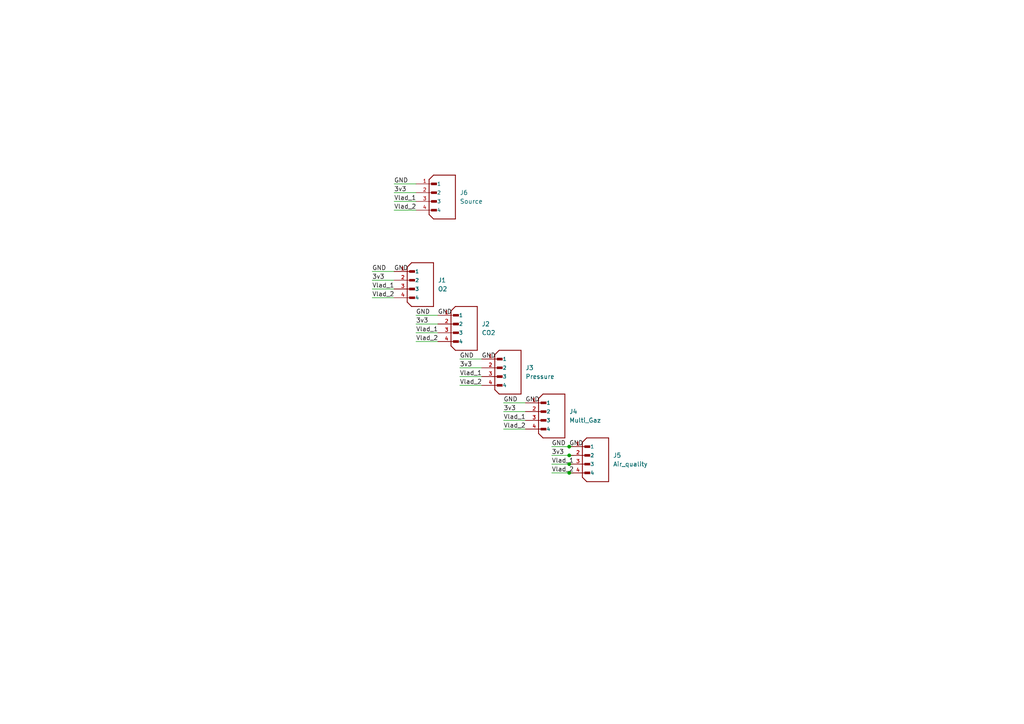
<source format=kicad_sch>
(kicad_sch
	(version 20250114)
	(generator "eeschema")
	(generator_version "9.0")
	(uuid "b0d159a0-6e32-438a-8abe-9567ad340147")
	(paper "A4")
	(lib_symbols
		(symbol "B4B-XH-A_LF__SN_:B4B-XH-A_LF__SN_"
			(pin_names
				(offset 1.016)
			)
			(exclude_from_sim no)
			(in_bom yes)
			(on_board yes)
			(property "Reference" "J"
				(at -2.54 6.35 0)
				(effects
					(font
						(size 1.27 1.27)
					)
					(justify left bottom)
				)
			)
			(property "Value" "B4B-XH-A_LF__SN_"
				(at -2.54 -10.16 0)
				(effects
					(font
						(size 1.27 1.27)
					)
					(justify left bottom)
				)
			)
			(property "Footprint" "B4B-XH-A_LF__SN_:JST_B4B-XH-A_LF__SN_"
				(at 0 0 0)
				(effects
					(font
						(size 1.27 1.27)
					)
					(justify bottom)
					(hide yes)
				)
			)
			(property "Datasheet" ""
				(at 0 0 0)
				(effects
					(font
						(size 1.27 1.27)
					)
					(hide yes)
				)
			)
			(property "Description" ""
				(at 0 0 0)
				(effects
					(font
						(size 1.27 1.27)
					)
					(hide yes)
				)
			)
			(property "MF" "JST Sales America Inc."
				(at 0 0 0)
				(effects
					(font
						(size 1.27 1.27)
					)
					(justify bottom)
					(hide yes)
				)
			)
			(property "MAXIMUM_PACKAGE_HEIGHT" "7.00 mm"
				(at 0 0 0)
				(effects
					(font
						(size 1.27 1.27)
					)
					(justify bottom)
					(hide yes)
				)
			)
			(property "Package" "None"
				(at 0 0 0)
				(effects
					(font
						(size 1.27 1.27)
					)
					(justify bottom)
					(hide yes)
				)
			)
			(property "Price" "None"
				(at 0 0 0)
				(effects
					(font
						(size 1.27 1.27)
					)
					(justify bottom)
					(hide yes)
				)
			)
			(property "Check_prices" "https://www.snapeda.com/parts/B4B-XH-A(LF)(SN)/JST/view-part/?ref=eda"
				(at 0 0 0)
				(effects
					(font
						(size 1.27 1.27)
					)
					(justify bottom)
					(hide yes)
				)
			)
			(property "STANDARD" "Manufacturer Recommendations"
				(at 0 0 0)
				(effects
					(font
						(size 1.27 1.27)
					)
					(justify bottom)
					(hide yes)
				)
			)
			(property "PARTREV" "7/4/21"
				(at 0 0 0)
				(effects
					(font
						(size 1.27 1.27)
					)
					(justify bottom)
					(hide yes)
				)
			)
			(property "SnapEDA_Link" "https://www.snapeda.com/parts/B4B-XH-A(LF)(SN)/JST/view-part/?ref=snap"
				(at 0 0 0)
				(effects
					(font
						(size 1.27 1.27)
					)
					(justify bottom)
					(hide yes)
				)
			)
			(property "MP" "B4B-XH-A(LF)(SN)"
				(at 0 0 0)
				(effects
					(font
						(size 1.27 1.27)
					)
					(justify bottom)
					(hide yes)
				)
			)
			(property "Description_1" "Connector Header Through Hole 4 position 0.098 (2.50mm)"
				(at 0 0 0)
				(effects
					(font
						(size 1.27 1.27)
					)
					(justify bottom)
					(hide yes)
				)
			)
			(property "Availability" "In Stock"
				(at 0 0 0)
				(effects
					(font
						(size 1.27 1.27)
					)
					(justify bottom)
					(hide yes)
				)
			)
			(property "MANUFACTURER" "JST"
				(at 0 0 0)
				(effects
					(font
						(size 1.27 1.27)
					)
					(justify bottom)
					(hide yes)
				)
			)
			(symbol "B4B-XH-A_LF__SN__0_0"
				(polyline
					(pts
						(xy -3.81 3.81) (xy -3.81 -6.35)
					)
					(stroke
						(width 0.254)
						(type default)
					)
					(fill
						(type none)
					)
				)
				(polyline
					(pts
						(xy -3.81 3.81) (xy -2.54 5.08)
					)
					(stroke
						(width 0.254)
						(type default)
					)
					(fill
						(type none)
					)
				)
				(polyline
					(pts
						(xy -3.81 -6.35) (xy -2.54 -7.62)
					)
					(stroke
						(width 0.254)
						(type default)
					)
					(fill
						(type none)
					)
				)
				(rectangle
					(start -3.175 2.2225)
					(end -1.5875 2.8575)
					(stroke
						(width 0.1)
						(type default)
					)
					(fill
						(type outline)
					)
				)
				(rectangle
					(start -3.175 -0.3175)
					(end -1.5875 0.3175)
					(stroke
						(width 0.1)
						(type default)
					)
					(fill
						(type outline)
					)
				)
				(rectangle
					(start -3.175 -2.8575)
					(end -1.5875 -2.2225)
					(stroke
						(width 0.1)
						(type default)
					)
					(fill
						(type outline)
					)
				)
				(rectangle
					(start -3.175 -5.3975)
					(end -1.5875 -4.7625)
					(stroke
						(width 0.1)
						(type default)
					)
					(fill
						(type outline)
					)
				)
				(polyline
					(pts
						(xy -2.54 -7.62) (xy 3.81 -7.62)
					)
					(stroke
						(width 0.254)
						(type default)
					)
					(fill
						(type none)
					)
				)
				(polyline
					(pts
						(xy 3.81 5.08) (xy -2.54 5.08)
					)
					(stroke
						(width 0.254)
						(type default)
					)
					(fill
						(type none)
					)
				)
				(polyline
					(pts
						(xy 3.81 -7.62) (xy 3.81 5.08)
					)
					(stroke
						(width 0.254)
						(type default)
					)
					(fill
						(type none)
					)
				)
				(pin passive line
					(at -7.62 2.54 0)
					(length 5.08)
					(name "1"
						(effects
							(font
								(size 1.016 1.016)
							)
						)
					)
					(number "1"
						(effects
							(font
								(size 1.016 1.016)
							)
						)
					)
				)
				(pin passive line
					(at -7.62 0 0)
					(length 5.08)
					(name "2"
						(effects
							(font
								(size 1.016 1.016)
							)
						)
					)
					(number "2"
						(effects
							(font
								(size 1.016 1.016)
							)
						)
					)
				)
				(pin passive line
					(at -7.62 -2.54 0)
					(length 5.08)
					(name "3"
						(effects
							(font
								(size 1.016 1.016)
							)
						)
					)
					(number "3"
						(effects
							(font
								(size 1.016 1.016)
							)
						)
					)
				)
				(pin passive line
					(at -7.62 -5.08 0)
					(length 5.08)
					(name "4"
						(effects
							(font
								(size 1.016 1.016)
							)
						)
					)
					(number "4"
						(effects
							(font
								(size 1.016 1.016)
							)
						)
					)
				)
			)
			(embedded_fonts no)
		)
	)
	(junction
		(at 165.1 137.16)
		(diameter 0)
		(color 0 0 0 0)
		(uuid "290651eb-afc8-457d-8dad-b74d4cb16fec")
	)
	(junction
		(at 165.1 132.08)
		(diameter 0)
		(color 0 0 0 0)
		(uuid "53a1b841-1521-4fbc-950b-01d39c255795")
	)
	(junction
		(at 165.1 129.54)
		(diameter 0)
		(color 0 0 0 0)
		(uuid "6e4e090a-696f-409b-a88e-aa4f3b849416")
	)
	(junction
		(at 165.1 134.62)
		(diameter 0)
		(color 0 0 0 0)
		(uuid "7b69d851-452b-45c7-8513-79712597d17c")
	)
	(wire
		(pts
			(xy 139.7 104.14) (xy 133.35 104.14)
		)
		(stroke
			(width 0)
			(type default)
		)
		(uuid "10825cd9-4bda-44d1-b28b-88752bdbcc1f")
	)
	(wire
		(pts
			(xy 139.7 111.76) (xy 133.35 111.76)
		)
		(stroke
			(width 0)
			(type default)
		)
		(uuid "197dd58d-761a-437c-bd2b-a182928cb358")
	)
	(wire
		(pts
			(xy 152.4 121.92) (xy 146.05 121.92)
		)
		(stroke
			(width 0)
			(type default)
		)
		(uuid "22a074ec-7915-4303-b031-2e6c2caf2a1f")
	)
	(wire
		(pts
			(xy 165.1 132.08) (xy 160.02 132.08)
		)
		(stroke
			(width 0)
			(type default)
		)
		(uuid "294c1fe4-19f2-400a-94ef-00df8053e66d")
	)
	(wire
		(pts
			(xy 114.3 81.28) (xy 107.95 81.28)
		)
		(stroke
			(width 0)
			(type default)
		)
		(uuid "3283f3a7-d658-4514-b48a-8945df31cb8a")
	)
	(wire
		(pts
			(xy 114.3 86.36) (xy 107.95 86.36)
		)
		(stroke
			(width 0)
			(type default)
		)
		(uuid "355ea6ad-93fd-46b9-a540-2dcb7efb17c1")
	)
	(wire
		(pts
			(xy 120.65 58.42) (xy 114.3 58.42)
		)
		(stroke
			(width 0)
			(type default)
		)
		(uuid "3e500e1c-cd56-4918-9790-ad137ba78ab4")
	)
	(wire
		(pts
			(xy 166.37 137.16) (xy 165.1 137.16)
		)
		(stroke
			(width 0)
			(type default)
		)
		(uuid "40369635-c4ee-4825-a9a0-1f6e643354ac")
	)
	(wire
		(pts
			(xy 152.4 119.38) (xy 146.05 119.38)
		)
		(stroke
			(width 0)
			(type default)
		)
		(uuid "47380b90-dc28-446f-95cc-879a39252218")
	)
	(wire
		(pts
			(xy 127 93.98) (xy 120.65 93.98)
		)
		(stroke
			(width 0)
			(type default)
		)
		(uuid "486bebc5-719d-4056-88bb-8a07b015c486")
	)
	(wire
		(pts
			(xy 120.65 60.96) (xy 114.3 60.96)
		)
		(stroke
			(width 0)
			(type default)
		)
		(uuid "596e0802-6ea9-4fca-a910-69bfa0a074b4")
	)
	(wire
		(pts
			(xy 120.65 55.88) (xy 114.3 55.88)
		)
		(stroke
			(width 0)
			(type default)
		)
		(uuid "5c707c33-ffc2-4986-927b-539abd5a80a0")
	)
	(wire
		(pts
			(xy 127 99.06) (xy 120.65 99.06)
		)
		(stroke
			(width 0)
			(type default)
		)
		(uuid "698f358f-5beb-4da8-8b97-e494a9b3e5ef")
	)
	(wire
		(pts
			(xy 139.7 106.68) (xy 133.35 106.68)
		)
		(stroke
			(width 0)
			(type default)
		)
		(uuid "69e200c3-be8a-433d-b53b-c485a5a63067")
	)
	(wire
		(pts
			(xy 139.7 109.22) (xy 133.35 109.22)
		)
		(stroke
			(width 0)
			(type default)
		)
		(uuid "6a67937d-517e-42fa-8292-7a92c2bb680d")
	)
	(wire
		(pts
			(xy 120.65 53.34) (xy 114.3 53.34)
		)
		(stroke
			(width 0)
			(type default)
		)
		(uuid "7799830e-ccc5-49c7-b000-1ec462256ad8")
	)
	(wire
		(pts
			(xy 166.37 132.08) (xy 165.1 132.08)
		)
		(stroke
			(width 0)
			(type default)
		)
		(uuid "7dcef071-e3ad-4609-9a7d-a0caff86c2fb")
	)
	(wire
		(pts
			(xy 166.37 129.54) (xy 165.1 129.54)
		)
		(stroke
			(width 0)
			(type default)
		)
		(uuid "87596865-0636-4452-91c9-f9b211b88933")
	)
	(wire
		(pts
			(xy 166.37 134.62) (xy 165.1 134.62)
		)
		(stroke
			(width 0)
			(type default)
		)
		(uuid "a0845014-a407-48fb-b1d6-e00a432fcfd6")
	)
	(wire
		(pts
			(xy 114.3 83.82) (xy 107.95 83.82)
		)
		(stroke
			(width 0)
			(type default)
		)
		(uuid "a3ec6975-f444-4356-b9cf-1d3a54c473a0")
	)
	(wire
		(pts
			(xy 127 91.44) (xy 120.65 91.44)
		)
		(stroke
			(width 0)
			(type default)
		)
		(uuid "a841f39a-ff4c-4df5-90cb-5510951ce86c")
	)
	(wire
		(pts
			(xy 152.4 124.46) (xy 146.05 124.46)
		)
		(stroke
			(width 0)
			(type default)
		)
		(uuid "bb3b8e5f-6a74-4d19-bcc7-11744e718546")
	)
	(wire
		(pts
			(xy 165.1 134.62) (xy 160.02 134.62)
		)
		(stroke
			(width 0)
			(type default)
		)
		(uuid "c5d561c8-7200-43ea-8e86-e25f12a556a3")
	)
	(wire
		(pts
			(xy 165.1 129.54) (xy 160.02 129.54)
		)
		(stroke
			(width 0)
			(type default)
		)
		(uuid "d2c64661-bd1d-4125-8f1e-b8aebd62cc17")
	)
	(wire
		(pts
			(xy 127 96.52) (xy 120.65 96.52)
		)
		(stroke
			(width 0)
			(type default)
		)
		(uuid "ed896e79-2ecb-4348-9afc-73c8ead3c7d2")
	)
	(wire
		(pts
			(xy 165.1 137.16) (xy 160.02 137.16)
		)
		(stroke
			(width 0)
			(type default)
		)
		(uuid "f95fe7fa-51f1-4f68-9b07-3d88506f5005")
	)
	(wire
		(pts
			(xy 152.4 116.84) (xy 146.05 116.84)
		)
		(stroke
			(width 0)
			(type default)
		)
		(uuid "f964b860-ffa2-4303-a853-df7055bf8df6")
	)
	(wire
		(pts
			(xy 114.3 78.74) (xy 107.95 78.74)
		)
		(stroke
			(width 0)
			(type default)
		)
		(uuid "fc135668-f695-49f4-b79f-cde37ac592dc")
	)
	(label "3v3"
		(at 107.95 81.28 0)
		(effects
			(font
				(size 1.27 1.27)
			)
			(justify left bottom)
		)
		(uuid "024db88a-28a8-4ec2-a255-df3a6983cbaf")
	)
	(label "GND"
		(at 114.3 53.34 0)
		(effects
			(font
				(size 1.27 1.27)
			)
			(justify left bottom)
		)
		(uuid "0a07348e-a9cd-4c86-a261-ef4a21ceda3d")
	)
	(label "GND"
		(at 133.35 104.14 0)
		(effects
			(font
				(size 1.27 1.27)
			)
			(justify left bottom)
		)
		(uuid "0bd62c95-98fc-40c3-8df7-58b198f21ebb")
	)
	(label "GND"
		(at 160.02 129.54 0)
		(effects
			(font
				(size 1.27 1.27)
			)
			(justify left bottom)
		)
		(uuid "0f15f3a5-9604-43e2-8d55-022cbcc6fea7")
	)
	(label "Vlad_1"
		(at 107.95 83.82 0)
		(effects
			(font
				(size 1.27 1.27)
			)
			(justify left bottom)
		)
		(uuid "177b6504-8865-4c77-b1be-03a7e3e61aa5")
	)
	(label "GND"
		(at 139.7 104.14 0)
		(effects
			(font
				(size 1.27 1.27)
			)
			(justify left bottom)
		)
		(uuid "1a2bf637-bf05-41e3-8474-acbffb0b28d0")
	)
	(label "Vlad_1"
		(at 120.65 96.52 0)
		(effects
			(font
				(size 1.27 1.27)
			)
			(justify left bottom)
		)
		(uuid "2c2bbb0d-5af9-4ec1-819d-9d822c6f12e8")
	)
	(label "Vlad_1"
		(at 146.05 121.92 0)
		(effects
			(font
				(size 1.27 1.27)
			)
			(justify left bottom)
		)
		(uuid "31867326-ccdb-4e30-9c74-a3896db8fa7c")
	)
	(label "GND"
		(at 152.4 116.84 0)
		(effects
			(font
				(size 1.27 1.27)
			)
			(justify left bottom)
		)
		(uuid "387761ad-0a64-47b5-97f2-29b0d20c2112")
	)
	(label "GND"
		(at 165.1 129.54 0)
		(effects
			(font
				(size 1.27 1.27)
			)
			(justify left bottom)
		)
		(uuid "395f89b8-fe94-4b60-8565-dc8c72f8aa91")
	)
	(label "3v3"
		(at 146.05 119.38 0)
		(effects
			(font
				(size 1.27 1.27)
			)
			(justify left bottom)
		)
		(uuid "3a19074b-97db-440b-a192-df8526160232")
	)
	(label "Vlad_2"
		(at 114.3 60.96 0)
		(effects
			(font
				(size 1.27 1.27)
			)
			(justify left bottom)
		)
		(uuid "3cbbb955-0cf7-4ff1-bc3f-6e2c1ce33cea")
	)
	(label "Vlad_1"
		(at 114.3 58.42 0)
		(effects
			(font
				(size 1.27 1.27)
			)
			(justify left bottom)
		)
		(uuid "4159fef0-f09a-473c-a7af-c9334bd70773")
	)
	(label "Vlad_2"
		(at 160.02 137.16 0)
		(effects
			(font
				(size 1.27 1.27)
			)
			(justify left bottom)
		)
		(uuid "46284d03-f9a0-405e-a620-b6148f10e987")
	)
	(label "Vlad_1"
		(at 160.02 134.62 0)
		(effects
			(font
				(size 1.27 1.27)
			)
			(justify left bottom)
		)
		(uuid "5eac8397-141b-4e38-add7-98b6c9e34ec4")
	)
	(label "GND"
		(at 146.05 116.84 0)
		(effects
			(font
				(size 1.27 1.27)
			)
			(justify left bottom)
		)
		(uuid "68a24cec-5991-4e18-bd10-e7fcb1403a79")
	)
	(label "Vlad_2"
		(at 133.35 111.76 0)
		(effects
			(font
				(size 1.27 1.27)
			)
			(justify left bottom)
		)
		(uuid "6bf19cd9-fea5-4d03-8bac-3eda72f72dcc")
	)
	(label "GND"
		(at 120.65 91.44 0)
		(effects
			(font
				(size 1.27 1.27)
			)
			(justify left bottom)
		)
		(uuid "763d7d23-8cc9-4a2a-baf8-f1ccf8693f3f")
	)
	(label "3v3"
		(at 114.3 55.88 0)
		(effects
			(font
				(size 1.27 1.27)
			)
			(justify left bottom)
		)
		(uuid "8208d1e7-0ffe-4b52-9865-4a2d08872f71")
	)
	(label "Vlad_2"
		(at 120.65 99.06 0)
		(effects
			(font
				(size 1.27 1.27)
			)
			(justify left bottom)
		)
		(uuid "89d44235-aeb6-487a-9de4-a1f8437ffb19")
	)
	(label "3v3"
		(at 120.65 93.98 0)
		(effects
			(font
				(size 1.27 1.27)
			)
			(justify left bottom)
		)
		(uuid "90492a8e-cd3a-459c-846f-549970e918f7")
	)
	(label "GND"
		(at 107.95 78.74 0)
		(effects
			(font
				(size 1.27 1.27)
			)
			(justify left bottom)
		)
		(uuid "940ece30-2475-4752-b0d8-ef3aaac2f4f1")
	)
	(label "Vlad_1"
		(at 133.35 109.22 0)
		(effects
			(font
				(size 1.27 1.27)
			)
			(justify left bottom)
		)
		(uuid "98ecc39d-7fc7-4276-bfdd-f2c8f2d6296f")
	)
	(label "3v3"
		(at 133.35 106.68 0)
		(effects
			(font
				(size 1.27 1.27)
			)
			(justify left bottom)
		)
		(uuid "a03ecb58-e1e5-4ea0-8b51-1b5f455947a4")
	)
	(label "Vlad_2"
		(at 146.05 124.46 0)
		(effects
			(font
				(size 1.27 1.27)
			)
			(justify left bottom)
		)
		(uuid "a0dc3de8-8ad2-4773-9279-bff1b33cf2ee")
	)
	(label "GND"
		(at 114.3 78.74 0)
		(effects
			(font
				(size 1.27 1.27)
			)
			(justify left bottom)
		)
		(uuid "bd02459b-9944-4324-9475-6304876c7aba")
	)
	(label "GND"
		(at 127 91.44 0)
		(effects
			(font
				(size 1.27 1.27)
			)
			(justify left bottom)
		)
		(uuid "c2075ed9-a448-48a0-8d62-2f9088b402fc")
	)
	(label "Vlad_2"
		(at 107.95 86.36 0)
		(effects
			(font
				(size 1.27 1.27)
			)
			(justify left bottom)
		)
		(uuid "e4bba0ff-14ef-4685-a273-2916ed9ed166")
	)
	(label "3v3"
		(at 160.02 132.08 0)
		(effects
			(font
				(size 1.27 1.27)
			)
			(justify left bottom)
		)
		(uuid "f0023355-8f9f-4ae3-8b50-7a88f4a89403")
	)
	(symbol
		(lib_id "B4B-XH-A_LF__SN_:B4B-XH-A_LF__SN_")
		(at 128.27 55.88 0)
		(unit 1)
		(exclude_from_sim no)
		(in_bom yes)
		(on_board yes)
		(dnp no)
		(fields_autoplaced yes)
		(uuid "004a15a9-2690-45c8-ade3-746d995f82d5")
		(property "Reference" "J6"
			(at 133.35 55.8799 0)
			(effects
				(font
					(size 1.27 1.27)
				)
				(justify left)
			)
		)
		(property "Value" "Source"
			(at 133.35 58.4199 0)
			(effects
				(font
					(size 1.27 1.27)
				)
				(justify left)
			)
		)
		(property "Footprint" "Connector_PinHeader_2.00mm:PinHeader_1x04_P2.00mm_Vertical"
			(at 128.27 55.88 0)
			(effects
				(font
					(size 1.27 1.27)
				)
				(justify bottom)
				(hide yes)
			)
		)
		(property "Datasheet" ""
			(at 128.27 55.88 0)
			(effects
				(font
					(size 1.27 1.27)
				)
				(hide yes)
			)
		)
		(property "Description" ""
			(at 128.27 55.88 0)
			(effects
				(font
					(size 1.27 1.27)
				)
				(hide yes)
			)
		)
		(property "MF" "JST Sales America Inc."
			(at 128.27 55.88 0)
			(effects
				(font
					(size 1.27 1.27)
				)
				(justify bottom)
				(hide yes)
			)
		)
		(property "MAXIMUM_PACKAGE_HEIGHT" "7.00 mm"
			(at 128.27 55.88 0)
			(effects
				(font
					(size 1.27 1.27)
				)
				(justify bottom)
				(hide yes)
			)
		)
		(property "Package" "None"
			(at 128.27 55.88 0)
			(effects
				(font
					(size 1.27 1.27)
				)
				(justify bottom)
				(hide yes)
			)
		)
		(property "Price" "None"
			(at 128.27 55.88 0)
			(effects
				(font
					(size 1.27 1.27)
				)
				(justify bottom)
				(hide yes)
			)
		)
		(property "Check_prices" "https://www.snapeda.com/parts/B4B-XH-A(LF)(SN)/JST/view-part/?ref=eda"
			(at 128.27 55.88 0)
			(effects
				(font
					(size 1.27 1.27)
				)
				(justify bottom)
				(hide yes)
			)
		)
		(property "STANDARD" "Manufacturer Recommendations"
			(at 128.27 55.88 0)
			(effects
				(font
					(size 1.27 1.27)
				)
				(justify bottom)
				(hide yes)
			)
		)
		(property "PARTREV" "7/4/21"
			(at 128.27 55.88 0)
			(effects
				(font
					(size 1.27 1.27)
				)
				(justify bottom)
				(hide yes)
			)
		)
		(property "SnapEDA_Link" "https://www.snapeda.com/parts/B4B-XH-A(LF)(SN)/JST/view-part/?ref=snap"
			(at 128.27 55.88 0)
			(effects
				(font
					(size 1.27 1.27)
				)
				(justify bottom)
				(hide yes)
			)
		)
		(property "MP" "B4B-XH-A(LF)(SN)"
			(at 128.27 55.88 0)
			(effects
				(font
					(size 1.27 1.27)
				)
				(justify bottom)
				(hide yes)
			)
		)
		(property "Description_1" "Connector Header Through Hole 4 position 0.098 (2.50mm)"
			(at 128.27 55.88 0)
			(effects
				(font
					(size 1.27 1.27)
				)
				(justify bottom)
				(hide yes)
			)
		)
		(property "Availability" "In Stock"
			(at 128.27 55.88 0)
			(effects
				(font
					(size 1.27 1.27)
				)
				(justify bottom)
				(hide yes)
			)
		)
		(property "MANUFACTURER" "JST"
			(at 128.27 55.88 0)
			(effects
				(font
					(size 1.27 1.27)
				)
				(justify bottom)
				(hide yes)
			)
		)
		(pin "3"
			(uuid "03905e6e-edfc-410e-93be-94de5396937c")
		)
		(pin "1"
			(uuid "18053998-8fee-48d3-8a5e-da798f5b61d0")
		)
		(pin "2"
			(uuid "05169843-9fb1-449e-991a-a81d54bb0807")
		)
		(pin "4"
			(uuid "d0e3c64d-f260-4a35-ad1a-c31c048777f2")
		)
		(instances
			(project "PCB_Multi_Outside_Sensor_Onewire"
				(path "/b0d159a0-6e32-438a-8abe-9567ad340147"
					(reference "J6")
					(unit 1)
				)
			)
		)
	)
	(symbol
		(lib_id "B4B-XH-A_LF__SN_:B4B-XH-A_LF__SN_")
		(at 147.32 106.68 0)
		(unit 1)
		(exclude_from_sim no)
		(in_bom yes)
		(on_board yes)
		(dnp no)
		(fields_autoplaced yes)
		(uuid "3f903e94-dbcd-49f3-a1b9-ed6dc94c67e3")
		(property "Reference" "J3"
			(at 152.4 106.6799 0)
			(effects
				(font
					(size 1.27 1.27)
				)
				(justify left)
			)
		)
		(property "Value" "Pressure"
			(at 152.4 109.2199 0)
			(effects
				(font
					(size 1.27 1.27)
				)
				(justify left)
			)
		)
		(property "Footprint" "Connector_PinHeader_2.00mm:PinHeader_1x04_P2.00mm_Vertical"
			(at 147.32 106.68 0)
			(effects
				(font
					(size 1.27 1.27)
				)
				(justify bottom)
				(hide yes)
			)
		)
		(property "Datasheet" ""
			(at 147.32 106.68 0)
			(effects
				(font
					(size 1.27 1.27)
				)
				(hide yes)
			)
		)
		(property "Description" ""
			(at 147.32 106.68 0)
			(effects
				(font
					(size 1.27 1.27)
				)
				(hide yes)
			)
		)
		(property "MF" "JST Sales America Inc."
			(at 147.32 106.68 0)
			(effects
				(font
					(size 1.27 1.27)
				)
				(justify bottom)
				(hide yes)
			)
		)
		(property "MAXIMUM_PACKAGE_HEIGHT" "7.00 mm"
			(at 147.32 106.68 0)
			(effects
				(font
					(size 1.27 1.27)
				)
				(justify bottom)
				(hide yes)
			)
		)
		(property "Package" "None"
			(at 147.32 106.68 0)
			(effects
				(font
					(size 1.27 1.27)
				)
				(justify bottom)
				(hide yes)
			)
		)
		(property "Price" "None"
			(at 147.32 106.68 0)
			(effects
				(font
					(size 1.27 1.27)
				)
				(justify bottom)
				(hide yes)
			)
		)
		(property "Check_prices" "https://www.snapeda.com/parts/B4B-XH-A(LF)(SN)/JST/view-part/?ref=eda"
			(at 147.32 106.68 0)
			(effects
				(font
					(size 1.27 1.27)
				)
				(justify bottom)
				(hide yes)
			)
		)
		(property "STANDARD" "Manufacturer Recommendations"
			(at 147.32 106.68 0)
			(effects
				(font
					(size 1.27 1.27)
				)
				(justify bottom)
				(hide yes)
			)
		)
		(property "PARTREV" "7/4/21"
			(at 147.32 106.68 0)
			(effects
				(font
					(size 1.27 1.27)
				)
				(justify bottom)
				(hide yes)
			)
		)
		(property "SnapEDA_Link" "https://www.snapeda.com/parts/B4B-XH-A(LF)(SN)/JST/view-part/?ref=snap"
			(at 147.32 106.68 0)
			(effects
				(font
					(size 1.27 1.27)
				)
				(justify bottom)
				(hide yes)
			)
		)
		(property "MP" "B4B-XH-A(LF)(SN)"
			(at 147.32 106.68 0)
			(effects
				(font
					(size 1.27 1.27)
				)
				(justify bottom)
				(hide yes)
			)
		)
		(property "Description_1" "Connector Header Through Hole 4 position 0.098 (2.50mm)"
			(at 147.32 106.68 0)
			(effects
				(font
					(size 1.27 1.27)
				)
				(justify bottom)
				(hide yes)
			)
		)
		(property "Availability" "In Stock"
			(at 147.32 106.68 0)
			(effects
				(font
					(size 1.27 1.27)
				)
				(justify bottom)
				(hide yes)
			)
		)
		(property "MANUFACTURER" "JST"
			(at 147.32 106.68 0)
			(effects
				(font
					(size 1.27 1.27)
				)
				(justify bottom)
				(hide yes)
			)
		)
		(pin "3"
			(uuid "e109901f-1f5b-442f-bc23-a0ace1b0ab40")
		)
		(pin "1"
			(uuid "4aa4100c-a80a-4c72-a2a7-0ff58dbd5c2b")
		)
		(pin "2"
			(uuid "f007a3a7-8121-4a22-b41e-bee32a9518a6")
		)
		(pin "4"
			(uuid "c2048b12-4411-4050-8801-c611b69eafe2")
		)
		(instances
			(project "PCB_Multi_Outside_Sensor_Onewire"
				(path "/b0d159a0-6e32-438a-8abe-9567ad340147"
					(reference "J3")
					(unit 1)
				)
			)
		)
	)
	(symbol
		(lib_id "B4B-XH-A_LF__SN_:B4B-XH-A_LF__SN_")
		(at 134.62 93.98 0)
		(unit 1)
		(exclude_from_sim no)
		(in_bom yes)
		(on_board yes)
		(dnp no)
		(fields_autoplaced yes)
		(uuid "772ee6b2-8aa7-47b2-9318-4df47252f922")
		(property "Reference" "J2"
			(at 139.7 93.9799 0)
			(effects
				(font
					(size 1.27 1.27)
				)
				(justify left)
			)
		)
		(property "Value" "CO2"
			(at 139.7 96.5199 0)
			(effects
				(font
					(size 1.27 1.27)
				)
				(justify left)
			)
		)
		(property "Footprint" "Connector_PinHeader_2.00mm:PinHeader_1x04_P2.00mm_Vertical"
			(at 134.62 93.98 0)
			(effects
				(font
					(size 1.27 1.27)
				)
				(justify bottom)
				(hide yes)
			)
		)
		(property "Datasheet" ""
			(at 134.62 93.98 0)
			(effects
				(font
					(size 1.27 1.27)
				)
				(hide yes)
			)
		)
		(property "Description" ""
			(at 134.62 93.98 0)
			(effects
				(font
					(size 1.27 1.27)
				)
				(hide yes)
			)
		)
		(property "MF" "JST Sales America Inc."
			(at 134.62 93.98 0)
			(effects
				(font
					(size 1.27 1.27)
				)
				(justify bottom)
				(hide yes)
			)
		)
		(property "MAXIMUM_PACKAGE_HEIGHT" "7.00 mm"
			(at 134.62 93.98 0)
			(effects
				(font
					(size 1.27 1.27)
				)
				(justify bottom)
				(hide yes)
			)
		)
		(property "Package" "None"
			(at 134.62 93.98 0)
			(effects
				(font
					(size 1.27 1.27)
				)
				(justify bottom)
				(hide yes)
			)
		)
		(property "Price" "None"
			(at 134.62 93.98 0)
			(effects
				(font
					(size 1.27 1.27)
				)
				(justify bottom)
				(hide yes)
			)
		)
		(property "Check_prices" "https://www.snapeda.com/parts/B4B-XH-A(LF)(SN)/JST/view-part/?ref=eda"
			(at 134.62 93.98 0)
			(effects
				(font
					(size 1.27 1.27)
				)
				(justify bottom)
				(hide yes)
			)
		)
		(property "STANDARD" "Manufacturer Recommendations"
			(at 134.62 93.98 0)
			(effects
				(font
					(size 1.27 1.27)
				)
				(justify bottom)
				(hide yes)
			)
		)
		(property "PARTREV" "7/4/21"
			(at 134.62 93.98 0)
			(effects
				(font
					(size 1.27 1.27)
				)
				(justify bottom)
				(hide yes)
			)
		)
		(property "SnapEDA_Link" "https://www.snapeda.com/parts/B4B-XH-A(LF)(SN)/JST/view-part/?ref=snap"
			(at 134.62 93.98 0)
			(effects
				(font
					(size 1.27 1.27)
				)
				(justify bottom)
				(hide yes)
			)
		)
		(property "MP" "B4B-XH-A(LF)(SN)"
			(at 134.62 93.98 0)
			(effects
				(font
					(size 1.27 1.27)
				)
				(justify bottom)
				(hide yes)
			)
		)
		(property "Description_1" "Connector Header Through Hole 4 position 0.098 (2.50mm)"
			(at 134.62 93.98 0)
			(effects
				(font
					(size 1.27 1.27)
				)
				(justify bottom)
				(hide yes)
			)
		)
		(property "Availability" "In Stock"
			(at 134.62 93.98 0)
			(effects
				(font
					(size 1.27 1.27)
				)
				(justify bottom)
				(hide yes)
			)
		)
		(property "MANUFACTURER" "JST"
			(at 134.62 93.98 0)
			(effects
				(font
					(size 1.27 1.27)
				)
				(justify bottom)
				(hide yes)
			)
		)
		(pin "3"
			(uuid "05ef1f2a-7ce6-4fa4-b744-845845a4cec7")
		)
		(pin "1"
			(uuid "d426e729-3990-4287-9927-3524e623d1b0")
		)
		(pin "2"
			(uuid "d54416c8-20a0-4406-ac0d-159cfc27fb0a")
		)
		(pin "4"
			(uuid "9cc704dc-6202-40dd-a2af-4cc3cb2ed5e2")
		)
		(instances
			(project "PCB_Multi_Outside_Sensor_Onewire"
				(path "/b0d159a0-6e32-438a-8abe-9567ad340147"
					(reference "J2")
					(unit 1)
				)
			)
		)
	)
	(symbol
		(lib_id "B4B-XH-A_LF__SN_:B4B-XH-A_LF__SN_")
		(at 121.92 81.28 0)
		(unit 1)
		(exclude_from_sim no)
		(in_bom yes)
		(on_board yes)
		(dnp no)
		(fields_autoplaced yes)
		(uuid "e6d9939d-8d24-4467-ad31-f05e17db4a3f")
		(property "Reference" "J1"
			(at 127 81.2799 0)
			(effects
				(font
					(size 1.27 1.27)
				)
				(justify left)
			)
		)
		(property "Value" "O2"
			(at 127 83.8199 0)
			(effects
				(font
					(size 1.27 1.27)
				)
				(justify left)
			)
		)
		(property "Footprint" "Connector_PinHeader_2.00mm:PinHeader_1x04_P2.00mm_Vertical"
			(at 121.92 81.28 0)
			(effects
				(font
					(size 1.27 1.27)
				)
				(justify bottom)
				(hide yes)
			)
		)
		(property "Datasheet" ""
			(at 121.92 81.28 0)
			(effects
				(font
					(size 1.27 1.27)
				)
				(hide yes)
			)
		)
		(property "Description" ""
			(at 121.92 81.28 0)
			(effects
				(font
					(size 1.27 1.27)
				)
				(hide yes)
			)
		)
		(property "MF" "JST Sales America Inc."
			(at 121.92 81.28 0)
			(effects
				(font
					(size 1.27 1.27)
				)
				(justify bottom)
				(hide yes)
			)
		)
		(property "MAXIMUM_PACKAGE_HEIGHT" "7.00 mm"
			(at 121.92 81.28 0)
			(effects
				(font
					(size 1.27 1.27)
				)
				(justify bottom)
				(hide yes)
			)
		)
		(property "Package" "None"
			(at 121.92 81.28 0)
			(effects
				(font
					(size 1.27 1.27)
				)
				(justify bottom)
				(hide yes)
			)
		)
		(property "Price" "None"
			(at 121.92 81.28 0)
			(effects
				(font
					(size 1.27 1.27)
				)
				(justify bottom)
				(hide yes)
			)
		)
		(property "Check_prices" "https://www.snapeda.com/parts/B4B-XH-A(LF)(SN)/JST/view-part/?ref=eda"
			(at 121.92 81.28 0)
			(effects
				(font
					(size 1.27 1.27)
				)
				(justify bottom)
				(hide yes)
			)
		)
		(property "STANDARD" "Manufacturer Recommendations"
			(at 121.92 81.28 0)
			(effects
				(font
					(size 1.27 1.27)
				)
				(justify bottom)
				(hide yes)
			)
		)
		(property "PARTREV" "7/4/21"
			(at 121.92 81.28 0)
			(effects
				(font
					(size 1.27 1.27)
				)
				(justify bottom)
				(hide yes)
			)
		)
		(property "SnapEDA_Link" "https://www.snapeda.com/parts/B4B-XH-A(LF)(SN)/JST/view-part/?ref=snap"
			(at 121.92 81.28 0)
			(effects
				(font
					(size 1.27 1.27)
				)
				(justify bottom)
				(hide yes)
			)
		)
		(property "MP" "B4B-XH-A(LF)(SN)"
			(at 121.92 81.28 0)
			(effects
				(font
					(size 1.27 1.27)
				)
				(justify bottom)
				(hide yes)
			)
		)
		(property "Description_1" "Connector Header Through Hole 4 position 0.098 (2.50mm)"
			(at 121.92 81.28 0)
			(effects
				(font
					(size 1.27 1.27)
				)
				(justify bottom)
				(hide yes)
			)
		)
		(property "Availability" "In Stock"
			(at 121.92 81.28 0)
			(effects
				(font
					(size 1.27 1.27)
				)
				(justify bottom)
				(hide yes)
			)
		)
		(property "MANUFACTURER" "JST"
			(at 121.92 81.28 0)
			(effects
				(font
					(size 1.27 1.27)
				)
				(justify bottom)
				(hide yes)
			)
		)
		(pin "3"
			(uuid "17154b8a-5f27-435a-b85d-1a0fe0b621ec")
		)
		(pin "1"
			(uuid "9957b528-1e44-486b-bdc7-42069d92aedf")
		)
		(pin "2"
			(uuid "cf01becf-cef4-47e4-97ed-8b4abcc3b6e2")
		)
		(pin "4"
			(uuid "3a010522-dd1e-4a9e-a40e-b5a1b9d7c4df")
		)
		(instances
			(project ""
				(path "/b0d159a0-6e32-438a-8abe-9567ad340147"
					(reference "J1")
					(unit 1)
				)
			)
		)
	)
	(symbol
		(lib_id "B4B-XH-A_LF__SN_:B4B-XH-A_LF__SN_")
		(at 172.72 132.08 0)
		(unit 1)
		(exclude_from_sim no)
		(in_bom yes)
		(on_board yes)
		(dnp no)
		(fields_autoplaced yes)
		(uuid "e8e18573-05fd-43b3-9c67-e30fbefe1eab")
		(property "Reference" "J5"
			(at 177.8 132.0799 0)
			(effects
				(font
					(size 1.27 1.27)
				)
				(justify left)
			)
		)
		(property "Value" "Air_quality"
			(at 177.8 134.6199 0)
			(effects
				(font
					(size 1.27 1.27)
				)
				(justify left)
			)
		)
		(property "Footprint" "Connector_PinHeader_2.00mm:PinHeader_1x04_P2.00mm_Vertical"
			(at 172.72 132.08 0)
			(effects
				(font
					(size 1.27 1.27)
				)
				(justify bottom)
				(hide yes)
			)
		)
		(property "Datasheet" ""
			(at 172.72 132.08 0)
			(effects
				(font
					(size 1.27 1.27)
				)
				(hide yes)
			)
		)
		(property "Description" ""
			(at 172.72 132.08 0)
			(effects
				(font
					(size 1.27 1.27)
				)
				(hide yes)
			)
		)
		(property "MF" "JST Sales America Inc."
			(at 172.72 132.08 0)
			(effects
				(font
					(size 1.27 1.27)
				)
				(justify bottom)
				(hide yes)
			)
		)
		(property "MAXIMUM_PACKAGE_HEIGHT" "7.00 mm"
			(at 172.72 132.08 0)
			(effects
				(font
					(size 1.27 1.27)
				)
				(justify bottom)
				(hide yes)
			)
		)
		(property "Package" "None"
			(at 172.72 132.08 0)
			(effects
				(font
					(size 1.27 1.27)
				)
				(justify bottom)
				(hide yes)
			)
		)
		(property "Price" "None"
			(at 172.72 132.08 0)
			(effects
				(font
					(size 1.27 1.27)
				)
				(justify bottom)
				(hide yes)
			)
		)
		(property "Check_prices" "https://www.snapeda.com/parts/B4B-XH-A(LF)(SN)/JST/view-part/?ref=eda"
			(at 172.72 132.08 0)
			(effects
				(font
					(size 1.27 1.27)
				)
				(justify bottom)
				(hide yes)
			)
		)
		(property "STANDARD" "Manufacturer Recommendations"
			(at 172.72 132.08 0)
			(effects
				(font
					(size 1.27 1.27)
				)
				(justify bottom)
				(hide yes)
			)
		)
		(property "PARTREV" "7/4/21"
			(at 172.72 132.08 0)
			(effects
				(font
					(size 1.27 1.27)
				)
				(justify bottom)
				(hide yes)
			)
		)
		(property "SnapEDA_Link" "https://www.snapeda.com/parts/B4B-XH-A(LF)(SN)/JST/view-part/?ref=snap"
			(at 172.72 132.08 0)
			(effects
				(font
					(size 1.27 1.27)
				)
				(justify bottom)
				(hide yes)
			)
		)
		(property "MP" "B4B-XH-A(LF)(SN)"
			(at 172.72 132.08 0)
			(effects
				(font
					(size 1.27 1.27)
				)
				(justify bottom)
				(hide yes)
			)
		)
		(property "Description_1" "Connector Header Through Hole 4 position 0.098 (2.50mm)"
			(at 172.72 132.08 0)
			(effects
				(font
					(size 1.27 1.27)
				)
				(justify bottom)
				(hide yes)
			)
		)
		(property "Availability" "In Stock"
			(at 172.72 132.08 0)
			(effects
				(font
					(size 1.27 1.27)
				)
				(justify bottom)
				(hide yes)
			)
		)
		(property "MANUFACTURER" "JST"
			(at 172.72 132.08 0)
			(effects
				(font
					(size 1.27 1.27)
				)
				(justify bottom)
				(hide yes)
			)
		)
		(pin "3"
			(uuid "b5c7179d-1860-440a-8792-52e599eb4e91")
		)
		(pin "1"
			(uuid "9453fa89-83fd-4560-8a12-97ffb0fa858f")
		)
		(pin "2"
			(uuid "ae31cf95-3aeb-4539-8796-ed6f9cc71101")
		)
		(pin "4"
			(uuid "7478d549-6d39-4d1e-be00-bff2f7526949")
		)
		(instances
			(project "PCB_Multi_Outside_Sensor_Onewire"
				(path "/b0d159a0-6e32-438a-8abe-9567ad340147"
					(reference "J5")
					(unit 1)
				)
			)
		)
	)
	(symbol
		(lib_id "B4B-XH-A_LF__SN_:B4B-XH-A_LF__SN_")
		(at 160.02 119.38 0)
		(unit 1)
		(exclude_from_sim no)
		(in_bom yes)
		(on_board yes)
		(dnp no)
		(fields_autoplaced yes)
		(uuid "ecc813d3-a620-4d89-85e5-70bc91b5723b")
		(property "Reference" "J4"
			(at 165.1 119.3799 0)
			(effects
				(font
					(size 1.27 1.27)
				)
				(justify left)
			)
		)
		(property "Value" "Multi_Gaz"
			(at 165.1 121.9199 0)
			(effects
				(font
					(size 1.27 1.27)
				)
				(justify left)
			)
		)
		(property "Footprint" "Connector_PinHeader_2.00mm:PinHeader_1x04_P2.00mm_Vertical"
			(at 160.02 119.38 0)
			(effects
				(font
					(size 1.27 1.27)
				)
				(justify bottom)
				(hide yes)
			)
		)
		(property "Datasheet" ""
			(at 160.02 119.38 0)
			(effects
				(font
					(size 1.27 1.27)
				)
				(hide yes)
			)
		)
		(property "Description" ""
			(at 160.02 119.38 0)
			(effects
				(font
					(size 1.27 1.27)
				)
				(hide yes)
			)
		)
		(property "MF" "JST Sales America Inc."
			(at 160.02 119.38 0)
			(effects
				(font
					(size 1.27 1.27)
				)
				(justify bottom)
				(hide yes)
			)
		)
		(property "MAXIMUM_PACKAGE_HEIGHT" "7.00 mm"
			(at 160.02 119.38 0)
			(effects
				(font
					(size 1.27 1.27)
				)
				(justify bottom)
				(hide yes)
			)
		)
		(property "Package" "None"
			(at 160.02 119.38 0)
			(effects
				(font
					(size 1.27 1.27)
				)
				(justify bottom)
				(hide yes)
			)
		)
		(property "Price" "None"
			(at 160.02 119.38 0)
			(effects
				(font
					(size 1.27 1.27)
				)
				(justify bottom)
				(hide yes)
			)
		)
		(property "Check_prices" "https://www.snapeda.com/parts/B4B-XH-A(LF)(SN)/JST/view-part/?ref=eda"
			(at 160.02 119.38 0)
			(effects
				(font
					(size 1.27 1.27)
				)
				(justify bottom)
				(hide yes)
			)
		)
		(property "STANDARD" "Manufacturer Recommendations"
			(at 160.02 119.38 0)
			(effects
				(font
					(size 1.27 1.27)
				)
				(justify bottom)
				(hide yes)
			)
		)
		(property "PARTREV" "7/4/21"
			(at 160.02 119.38 0)
			(effects
				(font
					(size 1.27 1.27)
				)
				(justify bottom)
				(hide yes)
			)
		)
		(property "SnapEDA_Link" "https://www.snapeda.com/parts/B4B-XH-A(LF)(SN)/JST/view-part/?ref=snap"
			(at 160.02 119.38 0)
			(effects
				(font
					(size 1.27 1.27)
				)
				(justify bottom)
				(hide yes)
			)
		)
		(property "MP" "B4B-XH-A(LF)(SN)"
			(at 160.02 119.38 0)
			(effects
				(font
					(size 1.27 1.27)
				)
				(justify bottom)
				(hide yes)
			)
		)
		(property "Description_1" "Connector Header Through Hole 4 position 0.098 (2.50mm)"
			(at 160.02 119.38 0)
			(effects
				(font
					(size 1.27 1.27)
				)
				(justify bottom)
				(hide yes)
			)
		)
		(property "Availability" "In Stock"
			(at 160.02 119.38 0)
			(effects
				(font
					(size 1.27 1.27)
				)
				(justify bottom)
				(hide yes)
			)
		)
		(property "MANUFACTURER" "JST"
			(at 160.02 119.38 0)
			(effects
				(font
					(size 1.27 1.27)
				)
				(justify bottom)
				(hide yes)
			)
		)
		(pin "3"
			(uuid "f54480b8-a7ed-4647-99c2-8c1edfc92602")
		)
		(pin "1"
			(uuid "e5f6adcb-9f77-4bb8-84a2-f9ce1010f278")
		)
		(pin "2"
			(uuid "73b55e75-b414-4757-8aae-f54ae76d0104")
		)
		(pin "4"
			(uuid "2b6238af-dd50-4c11-b365-768c9aab4f8a")
		)
		(instances
			(project "PCB_Multi_Outside_Sensor_Onewire"
				(path "/b0d159a0-6e32-438a-8abe-9567ad340147"
					(reference "J4")
					(unit 1)
				)
			)
		)
	)
	(sheet_instances
		(path "/"
			(page "1")
		)
	)
	(embedded_fonts no)
)

</source>
